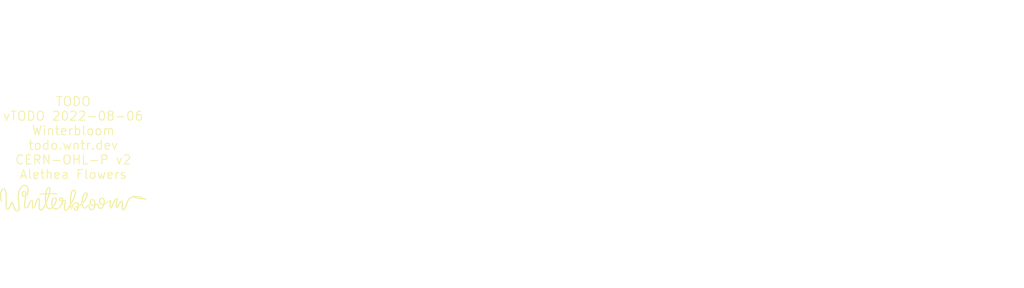
<source format=kicad_pcb>
(kicad_pcb (version 20211014) (generator pcbnew)
  (title_block (title "TODO") (date "2022-08-06") (rev "vTODO") (company "Winterbloom") (comment 1 "Alethea Flowers") (comment 2 "CERN-OHL-P v2") (comment 3 "todo.wntr.dev"))
  (layers (0 "F.Cu" signal) (1 "In1.Cu" signal) (2 "In2.Cu" signal) (31 "B.Cu" signal) (34 "B.Paste" user) (35 "F.Paste" user) (36 "B.SilkS" user "B.Silkscreen") (37 "F.SilkS" user "F.Silkscreen") (38 "B.Mask" user) (39 "F.Mask" user) (44 "Edge.Cuts" user))
  (net 0 "")
  (footprint "winterbloom:Symbol_Winterbloom_25mm" (layer "F.Cu") (at 88.6 106.7)
    (fp_text reference "G***" hide)
    (fp_text value "LOGO" hide)
    (fp_poly (pts (xy -7.927854 -2.216362) (xy -7.832123 -2.191044) (xy -7.744873 -2.145662) (xy -7.670504 -2.087371) (xy -7.59899 -2.007461) (xy -7.536692 -1.907021) (xy -7.484567 -1.789543) (xy -7.443573 -1.658517) (xy -7.414668 -1.517435) (xy -7.398811 -1.369788) (xy -7.396959 -1.219067) (xy -7.404156 -1.116916) (xy -7.431961 -0.933971) (xy -7.474853 -0.770827) (xy -7.533212 -0.626574) (xy -7.607419 -0.500304) (xy -7.697853 -0.391108) (xy -7.714693 -0.374346) (xy -7.752809 -0.336771) (xy -7.776631 -0.309275) (xy -7.790175 -0.284331) (xy -7.797455 -0.254412) (xy -7.802487 -0.211992) (xy -7.802768 -0.209246) (xy -7.807015 -0.175887) (xy -7.814994 -0.121067) (xy -7.826143 -0.048358) (xy -7.839896 0.038669) (xy -7.855693 0.13644) (xy -7.872968 0.241383) (xy -7.887828 0.3302) (xy -7.906658 0.443856) (xy -7.924984 0.558105) (xy -7.942123 0.668414) (xy -7.957389 0.77025) (xy -7.970099 0.85908) (xy -7.979569 0.930371) (xy -7.983667 0.9652) (xy -7.99406 1.091135) (xy -7.997041 1.204336) (xy -7.992851 1.302647) (xy -7.981731 1.383914) (xy -7.963922 1.445983) (xy -7.939662 1.486698) (xy -7.924108 1.49897) (xy -7.877796 1.51091) (xy -7.822798 1.50576) (xy -7.768184 1.484594) (xy -7.759568 1.479466) (xy -7.726533 1.455578) (xy -7.694229 1.425154) (xy -7.66115 1.385852) (xy -7.625788 1.33533) (xy -7.586636 1.271243) (xy -7.54219 1.191249) (xy -7.49094 1.093005) (xy -7.431381 0.974168) (xy -7.420691 0.9525) (xy -7.353332 0.817206) (xy -7.294643 0.703051) (xy -7.243157 0.607885) (xy -7.197406 0.529557) (xy -7.155923 0.465916) (xy -7.117241 0.414814) (xy -7.079891 0.374098) (xy -7.042407 0.341619) (xy -7.003321 0.315226) (xy -6.975199 0.299721) (xy -6.92567 0.283379) (xy -6.86922 0.27792) (xy -6.81719 0.28379) (xy -6.793422 0.292605) (xy -6.761253 0.314735) (xy -6.734715 0.345184) (xy -6.71334 0.386213) (xy -6.696662 0.440085) (xy -6.684213 0.50906) (xy -6.675528 0.595401) (xy -6.670138 0.701368) (xy -6.667579 0.829223) (xy -6.667212 0.904132) (xy -6.666263 1.027574) (xy -6.663772 1.144755) (xy -6.659911 1.252618) (xy -6.654848 1.348103) (xy -6.648753 1.428153) (xy -6.641798 1.489708) (xy -6.63415 1.52971) (xy -6.632101 1.536119) (xy -6.621102 1.565852) (xy -6.595095 1.529051) (xy -6.574929 1.498548) (xy -6.554155 1.462697) (xy -6.531911 1.419436) (xy -6.507333 1.366704) (xy -6.479557 1.302441) (xy -6.44772 1.224587) (xy -6.410958 1.131079) (xy -6.368408 1.019859) (xy -6.319206 0.888864) (xy -6.262488 0.736035) (xy -6.260351 0.73025) (xy -6.205616 0.586977) (xy -6.151642 0.455099) (xy -6.099531 0.336952) (xy -6.050385 0.234871) (xy -6.005307 0.151192) (xy -5.9654 0.08825) (xy -5.944887 0.06197) (xy -5.885465 0.007038) (xy -5.822699 -0.027502) (xy -5.759978 -0.040752) (xy -5.700689 -0.031813) (xy -5.66391 -0.012494) (xy -5.634432 0.012958) (xy -5.611686 0.044912) (xy -5.593013 0.088816) (xy -5.57576 0.150118) (xy -5.567797 0.18462) (xy -5.5624 0.211785) (xy -5.557898 0.241815) (xy -5.554198 0.277252) (xy -5.551208 0.320636) (xy -5.548839 0.374507) (xy -5.546999 0.441406) (xy -5.545596 0.523873) (xy -5.544538 0.624447) (xy -5.543736 0.745671) (xy -5.543174 0.86995) (xy -5.542309 1.028769) (xy -5.540949 1.164666) (xy -5.538947 1.280115) (xy -5.536155 1.377589) (xy -5.532428 1.459565) (xy -5.527617 1.528516) (xy -5.521576 1.586918) (xy -5.514159 1.637244) (xy -5.505218 1.68197) (xy -5.494606 1.72357) (xy -5.491951 1.732828) (xy -5.469239 1.793149) (xy -5.4408 1.842733) (xy -5.410172 1.876255) (xy -5.389343 1.887306) (xy -5.350175 1.884714) (xy -5.302641 1.859841) (xy -5.247731 1.814019) (xy -5.186435 1.748582) (xy -5.119744 1.664861) (xy -5.048648 1.564191) (xy -4.974136 1.447903) (xy -4.8972 1.317331) (xy -4.818828 1.173808) (xy -4.740011 1.018665) (xy -4.73224 1.002763) (xy -4.636646 0.80645) (xy -4.654496 0.692642) (xy -4.670314 0.568523) (xy -4.682421 0.424926) (xy -4.690731 0.267512) (xy -4.695155 0.101944) (xy -4.695291 0.050909) (xy -4.509527 0.050909) (xy -4.509452 0.149002) (xy -4.50816 0.238476) (xy -4.505555 0.315929) (xy -4.501542 0.377959) (xy -4.500838 0.385466) (xy -4.492186 0.473279) (xy -4.436564 0.335064) (xy -4.41249 0.273758) (xy -4.383049 0.196504) (xy -4.351252 0.111333) (xy -4.320111 0.026275) (xy -4.305671 -0.013861) (xy -4.27755 -0.094066) (xy -4.248139 -0.180563) (xy -4.218585 -0.269706) (xy -4.190036 -0.357852) (xy -4.163638 -0.441357) (xy -4.14054 -0.516575) (xy -4.121888 -0.579862) (xy -4.108829 -0.627575) (xy -4.102511 -0.656069) (xy -4.1021 -0.66051) (xy -4.104518 -0.668614) (xy -4.114285 -0.67402) (xy -4.135173 -0.677041) (xy -4.170955 -0.677989) (xy -4.225402 -0.677177) (xy -4.283075 -0.67553) (xy -4.348335 -0.672745) (xy -4.404183 -0.668957) (xy -4.445873 -0.664595) (xy -4.468655 -0.66009) (xy -4.471333 -0.658487) (xy -4.477878 -0.635904) (xy -4.484073 -0.591323) (xy -4.48982 -0.528147) (xy -4.495024 -0.449778) (xy -4.499588 -0.359617) (xy -4.503417 -0.261066) (xy -4.506414 -0.157527) (xy -4.508482 -0.052401) (xy -4.509527 0.050909) (xy -4.695291 0.050909) (xy -4.695606 -0.066117) (xy -4.691996 -0.23101) (xy -4.684238 -0.387071) (xy -4.673254 -0.519018) (xy -4.668148 -0.573987) (xy -4.665057 -0.618869) (xy -4.664297 -0.648124) (xy -4.665409 -0.656443) (xy -4.679729 -0.657564) (xy -4.715346 -0.656453) (xy -4.768286 -0.653438) (xy -4.834575 -0.648847) (xy -4.91024 -0.643007) (xy -4.991306 -0.636246) (xy -5.0738 -0.628892) (xy -5.153748 -0.621274) (xy -5.227176 -0.613718) (xy -5.29011 -0.606553) (xy -5.32569 -0.601961) (xy -5.387418 -0.593804) (xy -5.429513 -0.58969) (xy -5.457419 -0.589648) (xy -5.476584 -0.593708) (xy -5.492455 -0.6019) (xy -5.493965 -0.602878) (xy -5.518755 -0.631776) (xy -5.524831 -0.667662) (xy -5.512034 -0.701348) (xy -5.495925 -0.71624) (xy -5.473771 -0.723615) (xy -5.43018 -0.732419) (xy -5.369045 -0.742176) (xy -5.294258 -0.752412) (xy -5.209712 -0.76265) (xy -5.119298 -0.772415) (xy -5.026908 -0.781231) (xy -4.936436 -0.788624) (xy -4.8641 -0.793424) (xy -4.78375 -0.798039) (xy -4.725045 -0.802269) (xy -4.684307 -0.80773) (xy -4.657863 -0.816044) (xy -4.642034 -0.828828) (xy -4.635068 -0.84362) (xy -4.44435 -0.84362) (xy -4.440967 -0.822283) (xy -4.4309 -0.816326) (xy -4.424912 -0.817792) (xy -4.405304 -0.82062) (xy -4.365613 -0.822982) (xy -4.311155 -0.824667) (xy -4.247246 -0.825464) (xy -4.230243 -0.8255) (xy -4.055663 -0.8255) (xy -4.040008 -0.892175) (xy -4.000939 -1.082137) (xy -3.976493 -1.258658) (xy -3.966489 -1.40335) (xy -3.964643 -1.499871) (xy -3.967351 -1.57364) (xy -3.975083 -1.626978) (xy -3.988309 -1.662201) (xy -4.007499 -1.68163) (xy -4.023942 -1.686967) (xy -4.075754 -1.681776) (xy -4.128028 -1.652569) (xy -4.17997 -1.600699) (xy -4.23079 -1.52752) (xy -4.279693 -1.434384) (xy -4.325889 -1.322644) (xy -4.368585 -1.193655) (xy -4.406988 -1.048768) (xy -4.413102 -1.02235) (xy -4.430547 -0.941409) (xy -4.44092 -0.88258) (xy -4.44435 -0.84362) (xy -4.635068 -0.84362) (xy -4.633145 -0.847702) (xy -4.627521 -0.874285) (xy -4.62337 -0.899449) (xy -4.6012 -1.013291) (xy -4.573001 -1.132371) (xy -4.540498 -1.250898) (xy -4.505417 -1.363084) (xy -4.469482 -1.463136) (xy -4.434419 -1.545266) (xy -4.425667 -1.562953) (xy -4.383407 -1.63418) (xy -4.332273 -1.703388) (xy -4.278147 -1.763372) (xy -4.226914 -1.806925) (xy -4.225904 -1.807617) (xy -4.143912 -1.852505) (xy -4.064998 -1.874648) (xy -3.991393 -1.874349) (xy -3.925329 -1.851913) (xy -3.869036 -1.807645) (xy -3.830889 -1.753725) (xy -3.799868 -1.67512) (xy -3.781586 -1.576434) (xy -3.77604 -1.457275) (xy -3.783231 -1.317254) (xy -3.803158 -1.155977) (xy -3.829834 -1.0033) (xy -3.841501 -0.942606) (xy -3.851156 -0.891065) (xy -3.85787 -0.85373) (xy -3.860714 -0.835658) (xy -3.860751 -0.835025) (xy -3.848608 -0.83251) (xy -3.814321 -0.830207) (xy -3.761147 -0.828212) (xy -3.692343 -0.826618) (xy -3.611165 -0.825521) (xy -3.52087 -0.825015) (xy -3.514725 -0.825004) (xy -3.372993 -0.824279) (xy -3.236069 -0.822578) (xy -3.106303 -0.819998) (xy -2.986042 -0.816639) (xy -2.877635 -0.812596) (xy -2.78343 -0.807966) (xy -2.705775 -0.802849) (xy -2.647019 -0.79734) (xy -2.609509 -0.791537) (xy -2.596594 -0.786939) (xy -2.580662 -0.759743) (xy -2.578163 -0.723711) (xy -2.588235 -0.690074) (xy -2.605418 -0.672075) (xy -2.619429 -0.668294) (xy -2.646405 -0.665687) (xy -2.688229 -0.664255) (xy -2.746787 -0.664001) (xy -2.823963 -0.664927) (xy -2.921641 -0.667038) (xy -3.041706 -0.670334) (xy -3.122943 -0.672809) (xy -3.239154 -0.676212) (xy -3.353423 -0.679116) (xy -3.46183 -0.681454) (xy -3.560455 -0.683158) (xy -3.645377 -0.68416) (xy -3.712678 -0.684392) (xy -3.757766 -0.683807) (xy -3.902381 -0.67945) (xy -3.939238 -0.55245) (xy -4.088752 -0.079099) (xy -4.260518 0.386394) (xy -4.356478 0.620578) (xy -4.449594 0.840484) (xy -4.420859 0.967902) (xy -4.380789 1.123076) (xy -4.334762 1.260932) (xy -4.283551 1.379965) (xy -4.227926 1.47867) (xy -4.168661 1.55554) (xy -4.106527 1.609071) (xy -4.085911 1.621157) (xy -4.025307 1.639485) (xy -3.951249 1.640722) (xy -3.867893 1.626086) (xy -3.779392 1.596792) (xy -3.689902 1.554058) (xy -3.603578 1.499099) (xy -3.564046 1.468369) (xy -3.527642 1.438137) (xy -3.561596 1.353265) (xy -3.59444 1.264834) (xy -3.618585 1.182893) (xy -3.635448 1.100023) (xy -3.646445 1.008804) (xy -3.652992 0.901817) (xy -3.654219 0.868047) (xy -3.656323 0.771871) (xy -3.656177 0.758179) (xy -3.475582 0.758179) (xy -3.474645 0.905033) (xy -3.460015 1.04748) (xy -3.431242 1.180969) (xy -3.403627 1.26365) (xy -3.388713 1.30175) (xy -3.350265 1.2573) (xy -3.326754 1.227621) (xy -3.29445 1.183551) (xy -3.258357 1.132027) (xy -3.23572 1.09855) (xy -3.153924 0.965893) (xy -3.082929 0.830915) (xy -3.023801 0.6968) (xy -2.977608 0.566736) (xy -2.945419 0.443909) (xy -2.928301 0.331504) (xy -2.927322 0.232708) (xy -2.932435 0.193516) (xy -2.95255 0.117839) (xy -2.982139 0.064294) (xy -3.023423 0.03067) (xy -3.078623 0.014757) (xy -3.114045 0.012747) (xy -3.178119 0.023867) (xy -3.236041 0.057904) (xy -3.289826 0.116047) (xy -3.290571 0.117054) (xy -3.351371 0.217692) (xy -3.40072 0.336674) (xy -3.438171 0.469449) (xy -3.463274 0.611468) (xy -3.475582 0.758179) (xy -3.656177 0.758179) (xy -3.655484 0.693654) (xy -3.651376 0.626089) (xy -3.643675 0.561869) (xy -3.639402 0.534796) (xy -3.604388 0.374149) (xy -3.556073 0.229067) (xy -3.495447 0.101863) (xy -3.423497 -0.005152) (xy -3.393946 -0.039446) (xy -3.328118 -0.101456) (xy -3.263141 -0.141862) (xy -3.192972 -0.163504) (xy -3.11785 -0.169285) (xy -3.018987 -0.157806) (xy -2.932879 -0.124878) (xy -2.860981 -0.071495) (xy -2.804748 0.00135) (xy -2.77493 0.064879) (xy -2.759519 0.126783) (xy -2.75093 0.206227) (xy -2.749104 0.296298) (xy -2.753983 0.390084) (xy -2.765509 0.480675) (xy -2.778976 0.544287) (xy -2.83459 0.719645) (xy -2.91016 0.898339) (xy -3.002252 1.073807) (xy -3.107432 1.239484) (xy -3.218435 1.3843) (xy -3.28835 1.46685) (xy -3.23485 1.52147) (xy -3.160958 1.581139) (xy -3.070144 1.62968) (xy -2.969322 1.664739) (xy -2.865405 1.683963) (xy -2.765308 1.684998) (xy -2.756975 1.684147) (xy -2.66341 1.6618) (xy -2.566345 1.616427) (xy -2.4676 1.54984) (xy -2.368995 1.463852) (xy -2.27235 1.360273) (xy -2.179485 1.240914) (xy -2.092219 1.107588) (xy -2.012373 0.962106) (xy -1.99418 0.924878) (xy -1.97229 0.87635) (xy -1.947819 0.817844) (xy -1.922716 0.754566) (xy -1.898932 0.691723) (xy -1.878419 0.634519) (xy -1.863126 0.588163) (xy -1.855004 0.557858) (xy -1.8542 0.551304) (xy -1.865951 0.549002) (xy -1.897407 0.547222) (xy -1.942874 0.546224) (xy -1.967448 0.5461) (xy -2.054869 0.541454) (xy -2.125412 0.525975) (xy -2.18613 0.497347) (xy -2.240431 0.456479) (xy -2.294807 0.393078) (xy -2.331617 0.317106) (xy -2.351023 0.2334) (xy -2.352175 0.187225) (xy -2.170239 0.187225) (xy -2.156774 0.246612) (xy -2.126449 0.300248) (xy -2.084097 0.339471) (xy -2.029732 0.362083) (xy -1.957991 0.368428) (xy -1.877626 0.360343) (xy -1.847232 0.350799) (xy -1.829232 0.331672) (xy -1.822328 0.298852) (xy -1.825223 0.248231) (xy -1.830539 0.211208) (xy -1.846834 0.139004) (xy -1.870425 0.086842) (xy -1.903886 0.049806) (xy -1.921492 0.037585) (xy -1.967395 0.019707) (xy -2.021051 0.013244) (xy -2.071958 0.018487) (xy -2.105447 0.03252) (xy -2.144979 0.074383) (xy -2.166442 0.127883) (xy -2.170239 0.187225) (xy -2.352175 0.187225) (xy -2.353184 0.146799) (xy -2.338264 0.062141) (xy -2.306423 -0.015735) (xy -2.257822 -0.081991) (xy -2.221417 -0.113626) (xy -2.146074 -0.153424) (xy -2.063478 -0.171878) (xy -1.978169 -0.170138) (xy -1.894683 -0.149357) (xy -1.817559 -0.110688) (xy -1.751336 -0.055282) (xy -1.700552 0.015709) (xy -1.698807 0.01905) (xy -1.672104 0.084782) (xy -1.651348 0.161998) (xy -1.639935 0.236969) (xy -1.638753 0.261974) (xy -1.6383 0.314398) (xy -1.557144 0.297386) (xy -1.472317 0.283175) (xy -1.396171 0.277295) (xy -1.333311 0.279774) (xy -1.288342 0.290634) (xy -1.278513 0.295865) (xy -1.257378 0.313593) (xy -1.241153 0.337298) (xy -1.229869 0.369107) (xy -1.223559 0.411147) (xy -1.222252 0.465546) (xy -1.225982 0.534433) (xy -1.23478 0.619934) (xy -1.248677 0.724177) (xy -1.267704 0.849291) (xy -1.288644 0.9779) (xy -1.316157 1.149561) (xy -1.337725 1.298692) (xy -1.353489 1.427421) (xy -1.363588 1.537877) (xy -1.368161 1.632191) (xy -1.367349 1.712491) (xy -1.361291 1.780907) (xy -1.350126 1.839568) (xy -1.346139 1.854414) (xy -1.327529 1.896204) (xy -1.300395 1.931202) (xy -1.270889 1.952468) (xy -1.256227 1.9558) (xy -1.223165 1.94498) (xy -1.179086 1.913622) (xy -1.125336 1.863375) (xy -1.063258 1.795891) (xy -0.994199 1.712821) (xy -0.919502 1.615813) (xy -0.840512 1.50652) (xy -0.758574 1.386592) (xy -0.675032 1.257679) (xy -0.634443 1.192583) (xy -0.535954 1.032617) (xy -0.542813 0.614733) (xy -0.543408 0.443883) (xy -0.365821 0.443883) (xy -0.365048 0.522851) (xy -0.362521 0.57785) (xy -0.352682 0.70485) (xy -0.258308 0.516525) (xy -0.217644 0.433969) (xy -0.172862 0.340743) (xy -0.128869 0.247195) (xy -0.090574 0.163675) (xy -0.083647 0.148225) (xy -0.013929 -0.014423) (xy 0.051013 -0.178358) (xy 0.108619 -0.336747) (xy 0.15633 -0.482754) (xy 0.170218 -0.529669) (xy 0.210846 -0.686242) (xy 0.23756 -0.823791) (xy 0.250397 -0.941987) (xy 0.249396 -1.040499) (xy 0.234595 -1.118997) (xy 0.20603 -1.177149) (xy 0.16374 -1.214627) (xy 0.107762 -1.231098) (xy 0.090043 -1.2319) (xy 0.021656 -1.219472) (xy -0.041737 -1.18232) (xy -0.100041 -1.120643) (xy -0.153161 -1.034641) (xy -0.201001 -0.924514) (xy -0.243466 -0.79046) (xy -0.28046 -0.632679) (xy -0.311888 -0.451371) (xy -0.323399 -0.3683) (xy -0.331591 -0.293621) (xy -0.339351 -0.201761) (xy -0.346482 -0.097476) (xy -0.352788 0.014479) (xy -0.358071 0.129348) (xy -0.362135 0.242376) (xy -0.364784 0.348806) (xy -0.365821 0.443883) (xy -0.543408 0.443883) (xy -0.543854 0.316267) (xy -0.536771 0.041797) (xy -0.521546 -0.208756) (xy -0.498161 -0.435467) (xy -0.466597 -0.638414) (xy -0.426836 -0.817674) (xy -0.37886 -0.973324) (xy -0.32265 -1.105441) (xy -0.258188 -1.214102) (xy -0.185456 -1.299383) (xy -0.104435 -1.361362) (xy -0.06788 -1.380486) (xy 0.019047 -1.408533) (xy 0.106408 -1.415281) (xy 0.189979 -1.401798) (xy 0.265533 -1.369154) (xy 0.328845 -1.318418) (xy 0.364576 -1.271118) (xy 0.395549 -1.21022) (xy 0.416091 -1.145699) (xy 0.427213 -1.071838) (xy 0.429927 -0.982919) (xy 0.427665 -0.9144) (xy 0.417297 -0.798204) (xy 0.39726 -0.675806) (xy 0.366765 -0.544234) (xy 0.325021 -0.400515) (xy 0.27124 -0.241676) (xy 0.204631 -0.064744) (xy 0.196646 -0.04445) (xy 0.067944 0.260013) (xy -0.079842 0.570869) (xy -0.211794 0.823564) (xy -0.345325 1.069278) (xy -0.323607 1.287114) (xy -0.316314 1.358502) (xy -0.309642 1.420535) (xy -0.304069 1.469037) (xy -0.300069 1.499831) (xy -0.298306 1.50893) (xy -0.293041 1.49961) (xy -0.281993 1.471311) (xy -0.267137 1.42924) (xy -0.259778 1.40733) (xy -0.192212 1.225743) (xy -0.117627 1.068383) (xy -0.035774 0.934998) (xy 0.053595 0.825333) (xy 0.150728 0.739136) (xy 0.255874 0.676153) (xy 0.369283 0.636131) (xy 0.491201 0.618817) (xy 0.51442 0.618087) (xy 0.611257 0.628263) (xy 0.698266 0.661731) (xy 0.775195 0.718259) (xy 0.841796 0.797614) (xy 0.897815 0.899563) (xy 0.939755 1.012984) (xy 0.967576 1.104578) (xy 1.026713 1.071012) (xy 1.060715 1.050631) (xy 1.108185 1.020779) (xy 1.1634 0.985212) (xy 1.220639 0.947685) (xy 1.274179 0.911953) (xy 1.318298 0.881771) (xy 1.347275 0.860895) (xy 1.349375 0.859263) (xy 1.35944 0.847603) (xy 1.366006 0.828368) (xy 1.36977 0.796696) (xy 1.371428 0.747722) (xy 1.371708 0.703449) (xy 1.373201 0.65405) (xy 1.559646 0.65405) (xy 1.592833 0.61595) (xy 1.613867 0.590558) (xy 1.645686 0.550654) (xy 1.683752 0.501984) (xy 1.718639 0.456693) (xy 1.812332 0.326002) (xy 1.901041 0.186561) (xy 1.982755 0.042494) (xy 2.05546 -0.102077) (xy 2.117145 -0.243025) (xy 2.165798 -0.376228) (xy 2.199406 -0.497561) (xy 2.209394 -0.549073) (xy 2.220206 -0.636556) (xy 2.22023 -0.703863) (xy 2.20885 -0.75409) (xy 2.185451 -0.790336) (xy 2.157248 -0.811581) (xy 2.133943 -0.821961) (xy 2.11122 -0.822474) (xy 2.078676 -0.812744) (xy 2.066866 -0.808316) (xy 2.001519 -0.7709) (xy 1.937513 -0.71038) (xy 1.875725 -0.629047) (xy 1.817036 -0.529195) (xy 1.762324 -0.413114) (xy 1.712469 -0.283095) (xy 1.668349 -0.141432) (xy 1.630843 0.009584) (xy 1.600831 0.167662) (xy 1.579192 0.330509) (xy 1.566829 0.4953) (xy 1.559646 0.65405) (xy 1.373201 0.65405) (xy 1.377503 0.511822) (xy 1.394073 0.321594) (xy 1.420649 0.135187) (xy 1.456461 -0.044976) (xy 1.500738 -0.216472) (xy 1.55271 -0.376879) (xy 1.611609 -0.523774) (xy 1.676664 -0.654735) (xy 1.747104 -0.767339) (xy 1.82216 -0.859163) (xy 1.886858 -0.917442) (xy 1.96926 -0.96785) (xy 2.052742 -0.99667) (xy 2.13422 -1.004291) (xy 2.210604 -0.9911) (xy 2.278809 -0.957485) (xy 2.335746 -0.903835) (xy 2.365857 -0.85725) (xy 2.385883 -0.799794) (xy 2.397124 -0.724784) (xy 2.399441 -0.638553) (xy 2.392693 -0.54743) (xy 2.376742 -0.457746) (xy 2.374842 -0.449929) (xy 2.318187 -0.262788) (xy 2.240582 -0.069039) (xy 2.144211 0.127443) (xy 2.031261 0.322781) (xy 1.903917 0.513099) (xy 1.764363 0.694523) (xy 1.664705 0.809626) (xy 1.623067 0.855997) (xy 1.595918 0.888842) (xy 1.580377 0.913163) (xy 1.57356 0.933965) (xy 1.572584 0.956252) (xy 1.573296 0.968277) (xy 1.581893 1.029848) (xy 1.598496 1.105181) (xy 1.620499 1.184959) (xy 1.645295 1.259867) (xy 1.670276 1.32059) (xy 1.674001 1.32814) (xy 1.713086 1.391856) (xy 1.759902 1.447926) (xy 1.808882 1.490429) (xy 1.845501 1.510543) (xy 1.910249 1.523119) (xy 1.979097 1.517314) (xy 2.02933 1.499592) (xy 2.074739 1.468579) (xy 2.133212 1.415822) (xy 2.204726 1.341346) (xy 2.289256 1.245173) (xy 2.327022 1.200257) (xy 2.39136 1.1268) (xy 2.445864 1.073849) (xy 2.493042 1.039711) (xy 2.535404 1.022693) (xy 2.575457 1.021102) (xy 2.588619 1.02368) (xy 2.616166 1.033767) (xy 2.638358 1.050823) (xy 2.656554 1.078097) (xy 2.672114 1.118836) (xy 2.686395 1.176289) (xy 2.700758 1.253705) (xy 2.710644 1.315387) (xy 2.730241 1.43259) (xy 2.74971 1.527677) (xy 2.769971 1.60391) (xy 2.791942 1.664552) (xy 2.81654 1.712863) (xy 2.82708 1.729119) (xy 2.871347 1.778962) (xy 2.922566 1.806809) (xy 2.987205 1.81606) (xy 2.992559 1.8161) (xy 3.069791 1.803518) (xy 3.144079 1.765981) (xy 3.215077 1.703799) (xy 3.282439 1.617283) (xy 3.345818 1.506746) (xy 3.352961 1.49225) (xy 3.379701 1.435128) (xy 3.403232 1.381186) (xy 3.420521 1.337587) (xy 3.4274 1.316611) (xy 3.440212 1.267972) (xy 3.348881 1.276352) (xy 3.227974 1.275895) (xy 3.113062 1.252741) (xy 3.007441 1.208015) (xy 2.914413 1.142844) (xy 2.889557 1.119578) (xy 2.816493 1.032641) (xy 2.764062 0.937255) (xy 2.731037 0.830188) (xy 2.716187 0.708206) (xy 2.715055 0.6604) (xy 2.715495 0.638005) (xy 2.902382 0.638005) (xy 2.902398 0.65405) (xy 2.907766 0.752699) (xy 2.924406 0.833314) (xy 2.954274 0.901491) (xy 2.99933 0.962827) (xy 3.01706 0.981706) (xy 3.071512 1.029486) (xy 3.128159 1.06189) (xy 3.192938 1.080892) (xy 3.271787 1.088466) (xy 3.336959 1.08808) (xy 3.392275 1.085361) (xy 3.4379 1.081538) (xy 3.467996 1.077193) (xy 3.476659 1.074191) (xy 3.480417 1.058655) (xy 3.484112 1.022659) (xy 3.487375 0.971143) (xy 3.489837 0.909046) (xy 3.490317 0.891134) (xy 3.487641 0.741008) (xy 3.471797 0.612329) (xy 3.442653 0.504747) (xy 3.400079 0.41791) (xy 3.343941 0.351466) (xy 3.27411 0.305064) (xy 3.27025 0.303261) (xy 3.196591 0.281756) (xy 3.12544 0.284623) (xy 3.058966 0.310839) (xy 2.999337 0.359376) (xy 2.948721 0.429212) (xy 2.931175 0.46355) (xy 2.916922 0.498903) (xy 2.908154 0.534585) (xy 2.903699 0.578363) (xy 2.902382 0.638005) (xy 2.715495 0.638005) (xy 2.71651 0.586463) (xy 2.721882 0.528827) (xy 2.732318 0.478547) (xy 2.74272 0.4445) (xy 2.790143 0.335457) (xy 2.851662 0.24595) (xy 2.926111 0.17692) (xy 3.012324 0.129306) (xy 3.109136 0.104048) (xy 3.170118 0.100012) (xy 3.274151 0.10975) (xy 3.364284 0.139911) (xy 3.443314 0.191917) (xy 3.514041 0.267186) (xy 3.52312 0.279227) (xy 3.582677 0.37535) (xy 3.626761 0.48222) (xy 3.656236 0.603004) (xy 3.671968 0.74087) (xy 3.675194 0.835637) (xy 3.67616 0.904698) (xy 3.677963 0.951973) (xy 3.681056 0.981074) (xy 3.685895 0.995612) (xy 3.692933 0.999198) (xy 3.6957 0.99863) (xy 3.714218 0.991293) (xy 3.750583 0.975665) (xy 3.799552 0.954036) (xy 3.855879 0.928696) (xy 3.856216 0.928543) (xy 3.945943 0.88977) (xy 4.01779 0.864774) (xy 4.074256 0.855083) (xy 4.117841 0.86223) (xy 4.151044 0.887743) (xy 4.176366 0.933155) (xy 4.196306 0.999994) (xy 4.213364 1.089792) (xy 4.222931 1.153059) (xy 4.239912 1.260815) (xy 4.257449 1.34678) (xy 4.276915 1.414551) (xy 4.299686 1.467723) (xy 4.32714 1.509893) (xy 4.36065 1.544655) (xy 4.378219 1.558952) (xy 4.410504 1.579841) (xy 4.443051 1.589731) (xy 4.48742 1.591847) (xy 4.495582 1.591699) (xy 4.581894 1.577216) (xy 4.665039 1.538555) (xy 4.743783 1.476865) (xy 4.816891 1.393295) (xy 4.883127 1.288993) (xy 4.933122 1.184846) (xy 4.976556 1.08186) (xy 4.847303 1.08229) (xy 4.724723 1.074694) (xy 4.618952 1.050196) (xy 4.526793 1.007546) (xy 4.445051 0.945498) (xy 4.412001 0.912207) (xy 4.343104 0.824735) (xy 4.294496 0.732218) (xy 4.264506 0.630017) (xy 4.251467 0.513493) (xy 4.250941 0.482638) (xy 4.433346 0.482638) (xy 4.442102 0.57403) (xy 4.464399 0.656817) (xy 4.469882 0.67018) (xy 4.50593 0.730791) (xy 4.557495 0.789708) (xy 4.617388 0.8402) (xy 4.678418 0.875539) (xy 4.69671 0.882451) (xy 4.736443 0.890417) (xy 4.791285 0.895316) (xy 4.853335 0.897133) (xy 4.914692 0.895854) (xy 4.967454 0.891465) (xy 5.003722 0.883952) (xy 5.006193 0.883006) (xy 5.022577 0.86299) (xy 5.034873 0.818473) (xy 5.042998 0.750039) (xy 5.046871 0.658268) (xy 5.047107 0.59055) (xy 5.039255 0.460206) (xy 5.018284 0.347951) (xy 4.984657 0.254779) (xy 4.938839 0.181681) (xy 4.881292 0.129652) (xy 4.818699 0.101333) (xy 4.738486 0.091151) (xy 4.661195 0.104529) (xy 4.589959 0.139628) (xy 4.527908 0.19461) (xy 4.478175 0.267635) (xy 4.457783 0.313284) (xy 4.438462 0.392452) (xy 4.433346 0.482638) (xy 4.250941 0.482638) (xy 4.250614 0.46355) (xy 4.252199 0.396659) (xy 4.257188 0.34553) (xy 4.267109 0.300594) (xy 4.283492 0.252284) (xy 4.285009 0.248298) (xy 4.337795 0.139266) (xy 4.404615 0.05138) (xy 4.485376 -0.015293) (xy 4.579982 -0.060688) (xy 4.68834 -0.084738) (xy 4.762776 -0.0889) (xy 4.819535 -0.087222) (xy 4.862705 -0.080457) (xy 4.903978 -0.066013) (xy 4.937665 -0.050112) (xy 5.019338 0.003753) (xy 5.088438 0.077822) (xy 5.145576 0.172973) (xy 5.191367 0.290085) (xy 5.203138 0.3302) (xy 5.213257 0.375506) (xy 5.220106 0.42816) (xy 5.224137 0.493622) (xy 5.225798 0.577348) (xy 5.225901 0.6064) (xy 5.226812 0.691759) (xy 5.229415 0.752203) (xy 5.233742 0.788165) (xy 5.239824 0.800075) (xy 5.239828 0.800075) (xy 5.260564 0.793754) (xy 5.299712 0.775926) (xy 5.354025 0.748354) (xy 5.420254 0.712798) (xy 5.495153 0.671018) (xy 5.575472 0.624776) (xy 5.657965 0.575833) (xy 5.69595 0.552773) (xy 5.810512 0.48381) (xy 5.906521 0.42877) (xy 5.986109 0.386834) (xy 6.051406 0.357184) (xy 6.104543 0.339002) (xy 6.147653 0.331468) (xy 6.182866 0.333764) (xy 6.212314 0.345071) (xy 6.221515 0.350909) (xy 6.244519 0.370559) (xy 6.262188 0.395154) (xy 6.274611 0.42717) (xy 6.281877 0.469081) (xy 6.284072 0.523361) (xy 6.281287 0.592485) (xy 6.273608 0.678928) (xy 6.261124 0.785163) (xy 6.243923 0.913665) (xy 6.24205 0.927099) (xy 6.223393 1.070315) (xy 6.209886 1.195715) (xy 6.201611 1.301912) (xy 6.198647 1.387516) (xy 6.201076 1.451141) (xy 6.208978 1.491398) (xy 6.209201 1.491976) (xy 6.216535 1.50485) (xy 6.225895 1.501936) (xy 6.241614 1.480564) (xy 6.25045 1.466576) (xy 6.278092 1.421045) (xy 6.304393 1.374991) (xy 6.331038 1.324975) (xy 6.359715 1.267559) (xy 6.392108 1.199305) (xy 6.429905 1.116773) (xy 6.47479 1.016525) (xy 6.508758 0.9398) (xy 6.592319 0.753103) (xy 6.668376 0.589134) (xy 6.737796 0.44664) (xy 6.801448 0.324368) (xy 6.860198 0.221066) (xy 6.914915 0.13548) (xy 6.966466 0.066358) (xy 7.015718 0.012446) (xy 7.063538 -0.027508) (xy 7.110795 -0.054758) (xy 7.158355 -0.070555) (xy 7.207087 -0.076153) (xy 7.212217 -0.0762) (xy 7.26717 -0.064339) (xy 7.313766 -0.031857) (xy 7.346156 0.016589) (xy 7.352857 0.035741) (xy 7.360774 0.069135) (xy 7.365992 0.104844) (xy 7.368267 0.145383) (xy 7.367358 0.193264) (xy 7.363021 0.251002) (xy 7.355015 0.32111) (xy 7.343097 0.406103) (xy 7.327025 0.508495) (xy 7.306556 0.630798) (xy 7.281593 0.7747) (xy 7.2622 0.891065) (xy 7.245664 1.001962) (xy 7.232222 1.104787) (xy 7.222108 1.196936) (xy 7.215559 1.275806) (xy 7.212812 1.338794) (xy 7.2141 1.383298) (xy 7.219662 1.406713) (xy 7.224051 1.4097) (xy 7.242234 1.39848) (xy 7.270789 1.364754) (xy 7.309781 1.308418) (xy 7.35928 1.229367) (xy 7.419352 1.127499) (xy 7.490064 1.00271) (xy 7.494668 0.994454) (xy 7.558819 0.879973) (xy 7.612862 0.785228) (xy 7.658537 0.707492) (xy 7.697586 0.644033) (xy 7.731749 0.592122) (xy 7.762767 0.54903) (xy 7.792381 0.512028) (xy 7.822332 0.478385) (xy 7.826942 0.47348) (xy 7.898732 0.407629) (xy 7.968716 0.36294) (xy 8.035051 0.340069) (xy 8.095895 0.339675) (xy 8.14563 0.359852) (xy 8.170124 0.381098) (xy 8.190042 0.410967) (xy 8.205554 0.451413) (xy 8.216832 0.504387) (xy 8.224047 0.571843) (xy 8.227369 0.655734) (xy 8.226969 0.758012) (xy 8.223019 0.880631) (xy 8.215688 1.025543) (xy 8.210893 1.105621) (xy 8.201984 1.272911) (xy 8.197678 1.416101) (xy 8.198027 1.536078) (xy 8.203087 1.633731) (xy 8.212911 1.709949) (xy 8.227554 1.765619) (xy 8.247068 1.801631) (xy 8.253541 1.80843) (xy 8.282489 1.819528) (xy 8.317791 1.807803) (xy 8.35837 1.774722) (xy 8.403151 1.721751) (xy 8.451057 1.650357) (xy 8.501013 1.562006) (xy 8.551943 1.458165) (xy 8.602771 1.340299) (xy 8.609751 1.322931) (xy 8.628328 1.274453) (xy 8.653084 1.207138) (xy 8.682142 1.126237) (xy 8.713625 1.037003) (xy 8.745657 0.944686) (xy 8.763026 0.893922) (xy 8.815298 0.743747) (xy 8.862976 0.614938) (xy 8.907657 0.504224) (xy 8.950942 0.408337) (xy 8.994427 0.324008) (xy 9.039712 0.247969) (xy 9.088396 0.17695) (xy 9.142077 0.107684) (xy 9.15548 0.091439) (xy 9.265721 -0.021568) (xy 9.394188 -0.119549) (xy 9.53742 -0.200702) (xy 9.69196 -0.263228) (xy 9.854347 -0.305326) (xy 9.9441 -0.318934) (xy 10.014247 -0.3271) (xy 10.063016 -0.333595) (xy 10.094285 -0.339465) (xy 10.11193 -0.34576) (xy 10.119828 -0.353526) (xy 10.121856 -0.363811) (xy 10.1219 -0.366987) (xy 10.131936 -0.398428) (xy 10.159306 -0.413987) (xy 10.199896 -0.411393) (xy 10.201527 -0.41094) (xy 10.231199 -0.397888) (xy 10.243935 -0.375493) (xy 10.246529 -0.358375) (xy 10.254621 -0.327052) (xy 10.269491 -0.319787) (xy 10.289688 -0.336604) (xy 10.303245 -0.357356) (xy 10.318735 -0.381236) (xy 10.335163 -0.391519) (xy 10.361909 -0.391812) (xy 10.385282 -0.388904) (xy 10.43182 -0.379574) (xy 10.458149 -0.364612) (xy 10.469434 -0.339556) (xy 10.47115 -0.314749) (xy 10.475663 -0.28189) (xy 10.487554 -0.272804) (xy 10.504351 -0.28785) (xy 10.5156 -0.308276) (xy 10.538396 -0.340747) (xy 10.570009 -0.35331) (xy 10.570055 -0.353315) (xy 10.592175 -0.352352) (xy 10.635386 -0.347475) (xy 10.695775 -0.339236) (xy 10.76943 -0.328192) (xy 10.852438 -0.314897) (xy 10.912955 -0.304728) (xy 11.017147 -0.286509) (xy 11.098852 -0.271111) (xy 11.160712 -0.257676) (xy 11.205373 -0.245348) (xy 11.235478 -0.233267) (xy 11.253671 -0.220575) (xy 11.262596 -0.206415) (xy 11.264899 -0.190501) (xy 11.267786 -0.173436) (xy 11.278228 -0.15854) (xy 11.2989 -0.144847) (xy 11.332477 -0.131391) (xy 11.381634 -0.117207) (xy 11.449044 -0.101328) (xy 11.537384 -0.082789) (xy 11.595179 -0.071243) (xy 11.702526 -0.049282) (xy 11.786602 -0.030421) (xy 11.846902 -0.014788) (xy 11.88292 -0.00251) (xy 11.893501 0.004135) (xy 11.915981 0.017147) (xy 11.960981 0.027555) (xy 11.999307 0.032405) (xy 12.048816 0.038371) (xy 12.080105 0.046055) (xy 12.100336 0.05817) (xy 12.116126 0.076658) (xy 12.137711 0.118922) (xy 12.135588 0.15424) (xy 12.109373 0.185733) (xy 12.101909 0.191347) (xy 12.062618 0.219325) (xy 11.971479 0.194216) (xy 11.909569 0.179956) (xy 11.868669 0.177241) (xy 11.854695 0.180551) (xy 11.834482 0.182689) (xy 11.794464 0.179421) (xy 11.733424 0.170572) (xy 11.650142 0.155966) (xy 11.545718 0.135884) (xy 11.449913 0.117236) (xy 11.375865 0.103676) (xy 11.320531 0.094797) (xy 11.28087 0.090191) (xy 11.25384 0.08945) (xy 11.236399 0.092167) (xy 11.231993 0.093862) (xy 11.209192 0.109648) (xy 11.201499 0.123378) (xy 11.191424 0.141069) (xy 11.176519 0.152122) (xy 11.162574 0.155118) (xy 11.137123 0.154193) (xy 11.097714 0.148936) (xy 11.041899 0.138934) (xy 10.967227 0.123776) (xy 10.871249 0.103052) (xy 10.830444 0.094023) (xy 10.742614 0.07424) (xy 10.662216 0.055645) (xy 10.592822 0.039104) (xy 10.538008 0.025483) (xy 10.501345 0.015647) (xy 10.487025 0.010857) (xy 10.470283 -0.009673) (xy 10.464804 -0.049671) (xy 10.4648 -0.051247) (xy 10.459855 -0.08589) (xy 10.448003 -0.101842) (xy 10.433719 -0.097138) (xy 10.421576 -0.070217) (xy 10.403201 -0.036216) (xy 10.36933 -0.021419) (xy 10.318898 -0.025368) (xy 10.31826 -0.025511) (xy 10.270998 -0.043954) (xy 10.245937 -0.072343) (xy 10.244082 -0.109529) (xy 10.2442 -0.110004) (xy 10.243637 -0.13329) (xy 10.230941 -0.140408) (xy 10.2133 -0.131679) (xy 10.1981 -0.10795) (xy 10.177573 -0.083244) (xy 10.146465 -0.073961) (xy 10.112957 -0.07866) (xy 10.085229 -0.0959) (xy 10.071463 -0.124241) (xy 10.0711 -0.130319) (xy 10.068155 -0.144219) (xy 10.055099 -0.149455) (xy 10.025596 -0.147641) (xy 10.010775 -0.145717) (xy 9.833735 -0.110762) (xy 9.673121 -0.056464) (xy 9.52881 0.01725) (xy 9.400679 0.110454) (xy 9.288606 0.223222) (xy 9.203504 0.338176) (xy 9.161814 0.405675) (xy 9.124692 0.472782) (xy 9.090023 0.544236) (xy 9.055692 0.624776) (xy 9.019581 0.719139) (xy 8.979577 0.832065) (xy 8.968234 0.865177) (xy 8.901231 1.058518) (xy 8.839647 1.228741) (xy 8.782696 1.377358) (xy 8.729592 1.505881) (xy 8.679548 1.615823) (xy 8.631779 1.708696) (xy 8.585499 1.786012) (xy 8.539921 1.849283) (xy 8.494259 1.900022) (xy 8.447727 1.93974) (xy 8.399539 1.969951) (xy 8.391924 1.973854) (xy 8.314558 2.001125) (xy 8.242779 2.003933) (xy 8.178042 1.982874) (xy 8.121807 1.938549) (xy 8.07553 1.871554) (xy 8.059686 1.837462) (xy 8.041095 1.777515) (xy 8.027519 1.699237) (xy 8.018923 1.601532) (xy 8.015276 1.483301) (xy 8.016543 1.343446) (xy 8.022691 1.180868) (xy 8.033687 0.99447) (xy 8.033939 0.990741) (xy 8.042316 0.854446) (xy 8.047272 0.742912) (xy 8.048809 0.655729) (xy 8.046927 0.59249) (xy 8.041628 0.552787) (xy 8.034943 0.53771) (xy 8.018447 0.537761) (xy 7.991765 0.558598) (xy 7.956229 0.598366) (xy 7.913169 0.655214) (xy 7.863916 0.727286) (xy 7.809803 0.812731) (xy 7.75216 0.909694) (xy 7.695966 1.00965) (xy 7.623353 1.140719) (xy 7.560346 1.250827) (xy 7.505567 1.341918) (xy 7.45764 1.415935) (xy 7.415188 1.474819) (xy 7.376835 1.520514) (xy 7.341205 1.554964) (xy 7.306921 1.58011) (xy 7.2823 1.593544) (xy 7.222179 1.609244) (xy 7.163142 1.601491) (xy 7.110394 1.571896) (xy 7.073162 1.528825) (xy 7.052297 1.485012) (xy 7.038284 1.43013) (xy 7.031162 1.362133) (xy 7.030968 1.278977) (xy 7.037738 1.178619) (xy 7.051511 1.059013) (xy 7.072324 0.918115) (xy 7.085793 0.83662) (xy 7.100408 0.750747) (xy 7.11579 0.66039) (xy 7.130505 0.573974) (xy 7.14312 0.499922) (xy 7.148236 0.4699) (xy 7.159625 0.398025) (xy 7.170239 0.322141) (xy 7.178603 0.253225) (xy 7.182093 0.217863) (xy 7.186238 0.166365) (xy 7.187353 0.135829) (xy 7.184558 0.121906) (xy 7.176971 0.12025) (xy 7.16371 0.126512) (xy 7.163581 0.126581) (xy 7.128077 0.155547) (xy 7.085114 0.208194) (xy 7.034978 0.284015) (xy 6.977954 0.382501) (xy 6.914327 0.503143) (xy 6.844383 0.645433) (xy 6.768407 0.80886) (xy 6.718322 0.92075) (xy 6.654104 1.065179) (xy 6.598461 1.188112) (xy 6.550356 1.291565) (xy 6.508751 1.377552) (xy 6.472607 1.448087) (xy 6.440887 1.505185) (xy 6.412552 1.550861) (xy 6.386565 1.58713) (xy 6.361886 1.616007) (xy 6.358017 1.620048) (xy 6.305413 1.66728) (xy 6.257937 1.69282) (xy 6.210222 1.698105) (xy 6.156898 1.684574) (xy 6.141279 1.678075) (xy 6.104854 1.658942) (xy 6.079965 1.635573) (xy 6.05857 1.599466) (xy 6.050219 1.581812) (xy 6.031148 1.523454) (xy 6.01984 1.447754) (xy 6.016308 1.353385) (xy 6.020564 1.239018) (xy 6.032617 1.103328) (xy 6.05248 0.944987) (xy 6.055912 0.92075) (xy 6.071768 0.809066) (xy 6.083989 0.720146) (xy 6.092818 0.651652) (xy 6.098498 0.601247) (xy 6.101273 0.566592) (xy 6.101386 0.545349) (xy 6.099081 0.535181) (xy 6.09625 0.5334) (xy 6.083117 0.539652) (xy 6.051452 0.557175) (xy 6.004471 0.584114) (xy 5.945388 0.618616) (xy 5.877419 0.658826) (xy 5.840635 0.680775) (xy 5.720106 0.75155) (xy 5.603598 0.817382) (xy 5.494521 0.876469) (xy 5.396286 0.927008) (xy 5.312303 0.967199) (xy 5.245983 0.995238) (xy 5.244141 0.995933) (xy 5.214088 1.008321) (xy 5.194464 1.022035) (xy 5.180322 1.043498) (xy 5.166716 1.079131) (xy 5.157078 1.108953) (xy 5.099805 1.262761) (xy 5.031811 1.398644) (xy 4.954162 1.515476) (xy 4.867919 1.612131) (xy 4.774147 1.687481) (xy 4.673908 1.740399) (xy 4.568266 1.769758) (xy 4.52927 1.774332) (xy 4.42576 1.772543) (xy 4.336205 1.749854) (xy 4.259032 1.705466) (xy 4.19267 1.638581) (xy 4.155762 1.584629) (xy 4.12503 1.525494) (xy 4.098935 1.456645) (xy 4.076162 1.373634) (xy 4.055394 1.272009) (xy 4.044845 1.209675) (xy 4.03411 1.149872) (xy 4.023474 1.103535) (xy 4.014023 1.074862) (xy 4.008066 1.067461) (xy 3.987773 1.072987) (xy 3.950702 1.08707) (xy 3.901875 1.107425) (xy 3.846312 1.13177) (xy 3.789034 1.157819) (xy 3.735062 1.183289) (xy 3.689417 1.205896) (xy 3.657119 1.223357) (xy 3.64319 1.233386) (xy 3.643151 1.23346) (xy 3.635873 1.252435) (xy 3.623309 1.289737) (xy 3.60744 1.339353) (xy 3.595501 1.37795) (xy 3.541493 1.5271) (xy 3.476471 1.658172) (xy 3.401488 1.770019) (xy 3.317597 1.861494) (xy 3.225848 1.931449) (xy 3.127294 1.978738) (xy 3.022988 2.002213) (xy 3.022904 2.002222) (xy 2.927485 2.000527) (xy 2.840214 1.97522) (xy 2.762088 1.92706) (xy 2.694101 1.856807) (xy 2.637248 1.765221) (xy 2.601727 1.68076) (xy 2.587691 1.63454) (xy 2.572416 1.574185) (xy 2.557354 1.506769) (xy 2.543959 1.439371) (xy 2.533685 1.379064) (xy 2.527985 1.332926) (xy 2.5273 1.318399) (xy 2.523804 1.290811) (xy 2.516805 1.277713) (xy 2.505262 1.284474) (xy 2.481195 1.307589) (xy 2.447948 1.343579) (xy 2.408866 1.388962) (xy 2.402443 1.396684) (xy 2.315085 1.496487) (xy 2.235287 1.574737) (xy 2.160404 1.633138) (xy 2.087787 1.673396) (xy 2.014789 1.697216) (xy 1.938764 1.706304) (xy 1.921504 1.706496) (xy 1.821286 1.693738) (xy 1.729019 1.657049) (xy 1.645258 1.596797) (xy 1.570554 1.513349) (xy 1.524637 1.442541) (xy 1.495102 1.382136) (xy 1.465572 1.306977) (xy 1.439619 1.227458) (xy 1.420817 1.153974) (xy 1.415574 1.125204) (xy 1.408565 1.089251) (xy 1.400894 1.065418) (xy 1.397698 1.060881) (xy 1.383739 1.064915) (xy 1.354467 1.080545) (xy 1.315341 1.104755) (xy 1.300738 1.114422) (xy 1.24853 1.148238) (xy 1.184981 1.187486) (xy 1.121054 1.225444) (xy 1.09885 1.238185) (xy 0.984851 1.3028) (xy 0.969331 1.395489) (xy 0.938002 1.532033) (xy 0.891922 1.661339) (xy 0.8331 1.78012) (xy 0.763546 1.885092) (xy 0.685267 1.972969) (xy 0.600273 2.040465) (xy 0.561292 2.062847) (xy 0.522274 2.077493) (xy 0.47411 2.088965) (xy 0.456604 2.091587) (xy 0.379678 2.088899) (xy 0.307371 2.06477) (xy 0.242521 2.022919) (xy 0.187966 1.967068) (xy 0.146543 1.900935) (xy 0.12109 1.828241) (xy 0.116438 1.775349) (xy 0.296156 1.775349) (xy 0.29734 1.781979) (xy 0.320204 1.842472) (xy 0.360424 1.88539) (xy 0.385133 1.899064) (xy 0.421129 1.909939) (xy 0.455013 1.90724) (xy 0.494417 1.889344) (xy 0.526227 1.86905) (xy 0.572555 1.827858) (xy 0.621205 1.768107) (xy 0.668564 1.695934) (xy 0.711022 1.617478) (xy 0.744966 1.538877) (xy 0.766784 1.466269) (xy 0.768637 1.457085) (xy 0.777345 1.410664) (xy 0.648261 1.479858) (xy 0.550335 1.534033) (xy 0.472582 1.581079) (xy 0.411593 1.623307) (xy 0.363959 1.663024) (xy 0.33616 1.691203) (xy 0.308588 1.724658) (xy 0.296466 1.74987) (xy 0.296156 1.775349) (xy 0.116438 1.775349) (xy 0.114446 1.752707) (xy 0.129448 1.678051) (xy 0.133415 1.667933) (xy 0.162293 1.617824) (xy 0.207435 1.561965) (xy 0.262991 1.507102) (xy 0.297908 1.478221) (xy 0.331816 1.454775) (xy 0.382941 1.422625) (xy 0.44599 1.384834) (xy 0.515667 1.344464) (xy 0.58668 1.304578) (xy 0.653736 1.268238) (xy 0.711539 1.238507) (xy 0.716486 1.236074) (xy 0.789912 1.20015) (xy 0.782815 1.148119) (xy 0.764562 1.064555) (xy 0.734517 0.983945) (xy 0.695762 0.912195) (xy 0.651376 0.855211) (xy 0.61385 0.824202) (xy 0.58409 0.808823) (xy 0.55338 0.801857) (xy 0.511891 0.801687) (xy 0.487261 0.803384) (xy 0.385016 0.824087) (xy 0.289802 0.868503) (xy 0.204055 0.935361) (xy 0.17471 0.966105) (xy 0.127299 1.023865) (xy 0.084277 1.085823) (xy 0.044011 1.155362) (xy 0.004868 1.235863) (xy -0.034785 1.330709) (xy -0.07658 1.443281) (xy -0.12215 1.576962) (xy -0.126367 1.589765) (xy -0.157891 1.68251) (xy -0.18489 1.753895) (xy -0.209048 1.807187) (xy -0.232051 1.845652) (xy -0.255585 1.872561) (xy -0.281333 1.891179) (xy -0.281997 1.891554) (xy -0.325088 1.902568) (xy -0.368306 1.890345) (xy -0.406339 1.856458) (xy -0.408027 1.8542) (xy -0.425665 1.81806) (xy -0.443066 1.759445) (xy -0.459576 1.681273) (xy -0.474539 1.586466) (xy -0.482619 1.521782) (xy -0.490127 1.45435) (xy -0.496607 1.40721) (xy -0.504454 1.380404) (xy -0.516065 1.373971) (xy -0.533834 1.387952) (xy -0.560159 1.422387) (xy -0.597436 1.477318) (xy -0.628823 1.524256) (xy -0.726545 1.66484) (xy -0.819911 1.78927) (xy -0.907759 1.896225) (xy -0.988929 1.98439) (xy -1.06226 2.052446) (xy -1.12659 2.099075) (xy -1.143486 2.108447) (xy -1.208408 2.129115) (xy -1.280623 2.132299) (xy -1.349214 2.117986) (xy -1.370509 2.108756) (xy -1.43088 2.067064) (xy -1.477804 2.009509) (xy -1.512084 1.934278) (xy -1.534526 1.839556) (xy -1.545934 1.723528) (xy -1.546439 1.712168) (xy -1.548051 1.641618) (xy -1.546916 1.569109) (xy -1.542696 1.491327) (xy -1.535052 1.404956) (xy -1.523647 1.306682) (xy -1.508142 1.193189) (xy -1.488199 1.061164) (xy -1.465736 0.921058) (xy -1.450779 0.827388) (xy -1.437327 0.738866) (xy -1.425937 0.659507) (xy -1.417165 0.593324) (xy -1.411569 0.544329) (xy -1.4097 0.517258) (xy -1.4097 0.456049) (xy -1.457325 0.464492) (xy -1.497187 0.471802) (xy -1.54801 0.481434) (xy -1.579992 0.487631) (xy -1.655033 0.502325) (xy -1.683743 0.609937) (xy -1.725007 0.748953) (xy -1.773005 0.878351) (xy -1.832476 1.010555) (xy -1.850429 1.046975) (xy -1.955185 1.236588) (xy -2.0679 1.403064) (xy -2.188316 1.546122) (xy -2.316171 1.665486) (xy -2.451204 1.760876) (xy -2.58091 1.826953) (xy -2.617458 1.841338) (xy -2.650445 1.850941) (xy -2.686579 1.856707) (xy -2.732568 1.859582) (xy -2.795121 1.860509) (xy -2.8194 1.86055) (xy -2.893299 1.859727) (xy -2.949444 1.856647) (xy -2.995444 1.850386) (xy -3.038911 1.840024) (xy -3.071211 1.830065) (xy -3.181824 1.782914) (xy -3.289873 1.71635) (xy -3.370735 1.650672) (xy -3.426882 1.598918) (xy -3.513666 1.658622) (xy -3.636131 1.733105) (xy -3.755477 1.786434) (xy -3.869993 1.818219) (xy -3.977967 1.828072) (xy -4.077691 1.815605) (xy -4.129766 1.798535) (xy -4.216796 1.752105) (xy -4.295442 1.687211) (xy -4.366699 1.602486) (xy -4.431563 1.496559) (xy -4.491029 1.368063) (xy -4.540089 1.234005) (xy -4.579969 1.113417) (xy -4.641364 1.232983) (xy -4.730117 1.398435) (xy -4.81839 1.548598) (xy -4.905135 1.682077) (xy -4.989302 1.797478) (xy -5.069841 1.893406) (xy -5.145702 1.968467) (xy -5.215838 2.021266) (xy -5.247471 2.038437) (xy -5.330278 2.064842) (xy -5.40971 2.066756) (xy -5.483275 2.045074) (xy -5.54848 2.000689) (xy -5.602832 1.934496) (xy -5.619518 1.905) (xy -5.642598 1.85531) (xy -5.662317 1.802119) (xy -5.678915 1.743145) (xy -5.692632 1.676105) (xy -5.703707 1.598717) (xy -5.71238 1.508698) (xy -5.71889 1.403767) (xy -5.723477 1.281642) (xy -5.726379 1.140039) (xy -5.727837 0.976677) (xy -5.728116 0.870027) (xy -5.72859 0.710728) (xy -5.729793 0.57524) (xy -5.731804 0.46198) (xy -5.734702 0.369367) (xy -5.738569 0.29582) (xy -5.743483 0.239757) (xy -5.749525 0.199597) (xy -5.756775 0.173758) (xy -5.763908 0.161912) (xy -5.782197 0.15912) (xy -5.80718 0.180649) (xy -5.838869 0.22652) (xy -5.877272 0.296754) (xy -5.9224 0.391372) (xy -5.974263 0.510394) (xy -6.032872 0.653843) (xy -6.098237 0.821739) (xy -6.140415 0.93345) (xy -6.198918 1.088283) (xy -6.250478 1.220875) (xy -6.295985 1.333147) (xy -6.336326 1.427022) (xy -6.37239 1.504421) (xy -6.405066 1.567266) (xy -6.435241 1.617478) (xy -6.463804 1.656979) (xy -6.486912 1.682996) (xy -6.54768 1.731957) (xy -6.607347 1.756146) (xy -6.664008 1.756176) (xy -6.715758 1.732663) (xy -6.760692 1.686222) (xy -6.796905 1.617467) (xy -6.810043 1.578742) (xy -6.816748 1.553454) (xy -6.822339 1.525835) (xy -6.826998 1.493032) (xy -6.830905 1.452191) (xy -6.834242 1.40046) (xy -6.837189 1.334986) (xy -6.839929 1.252914) (xy -6.842641 1.151392) (xy -6.845507 1.027567) (xy -6.845762 1.016) (xy -6.848832 0.88285) (xy -6.851754 0.77288) (xy -6.854683 0.683867) (xy -6.857774 0.613591) (xy -6.861183 0.559834) (xy -6.865064 0.520374) (xy -6.869573 0.492991) (xy -6.874865 0.475466) (xy -6.881094 0.465578) (xy -6.884403 0.46293) (xy -6.901369 0.466311) (xy -6.928746 0.48679) (xy -6.962734 0.520408) (xy -6.999537 0.563209) (xy -7.035356 0.611235) (xy -7.05404 0.639691) (xy -7.07737 0.68017) (xy -7.108448 0.738324) (xy -7.14449 0.808717) (xy -7.182713 0.885911) (xy -7.220332 0.964468) (xy -7.220676 0.9652) (xy -7.295057 1.119161) (xy -7.363168 1.250526) (xy -7.426179 1.360981) (xy -7.485263 1.452215) (xy -7.541591 1.525915) (xy -7.596332 1.58377) (xy -7.65066 1.627467) (xy -7.699968 1.65599) (xy -7.79022 1.68834) (xy -7.876376 1.6979) (xy -7.955978 1.68499) (xy -8.026564 1.649933) (xy -8.074035 1.607132) (xy -8.109906 1.560108) (xy -8.136471 1.508901) (xy -8.155129 1.448605) (xy -8.167278 1.374313) (xy -8.174317 1.28112) (xy -8.175563 1.25095) (xy -8.176893 1.187341) (xy -8.176131 1.122347) (xy -8.172973 1.053296) (xy -8.167118 0.977518) (xy -8.158263 0.892345) (xy -8.146104 0.795106) (xy -8.130339 0.683131) (xy -8.110667 0.55375) (xy -8.086783 0.404294) (xy -8.063678 0.263889) (xy -8.046358 0.159167) (xy -8.03044 0.062) (xy -8.016394 -0.024679) (xy -8.004688 -0.097935) (xy -7.995791 -0.154833) (xy -7.990173 -0.192438) (xy -7.9883 -0.207672) (xy -7.994417 -0.21677) (xy -8.015249 -0.223229) (xy -8.054518 -0.227777) (xy -8.106487 -0.23074) (xy -8.209751 -0.242758) (xy -8.295477 -0.270007) (xy -8.367598 -0.314148) (xy -8.417741 -0.362284) (xy -8.468735 -0.437732) (xy -8.505866 -0.529709) (xy -8.527934 -0.632729) (xy -8.533741 -0.741304) (xy -8.53264 -0.751998) (xy -8.351291 -0.751998) (xy -8.349043 -0.658295) (xy -8.344378 -0.630949) (xy -8.31719 -0.549107) (xy -8.27404 -0.484405) (xy -8.216668 -0.4389) (xy -8.164541 -0.418398) (xy -8.124891 -0.41271) (xy -8.077128 -0.411845) (xy -8.029731 -0.415223) (xy -7.99118 -0.422262) (xy -7.970616 -0.431669) (xy -7.964406 -0.450106) (xy -7.958951 -0.489809) (xy -7.954684 -0.546644) (xy -7.95228 -0.606678) (xy -7.953121 -0.73483) (xy -7.963323 -0.84009) (xy -7.983265 -0.923325) (xy -8.013328 -0.9854) (xy -8.053891 -1.027183) (xy -8.105337 -1.049542) (xy -8.148597 -1.0541) (xy -8.179571 -1.050728) (xy -8.20659 -1.037541) (xy -8.237962 -1.009933) (xy -8.249379 -0.99824) (xy -8.299766 -0.928517) (xy -8.334301 -0.844254) (xy -8.351291 -0.751998) (xy -8.53264 -0.751998) (xy -8.523111 -0.84455) (xy -8.495941 -0.940605) (xy -8.452843 -1.030327) (xy -8.397191 -1.108865) (xy -8.332361 -1.171367) (xy -8.269018 -1.209871) (xy -8.188939 -1.232793) (xy -8.105074 -1.234584) (xy -8.022982 -1.216752) (xy -7.94822 -1.180804) (xy -7.886348 -1.128247) (xy -7.864594 -1.100182) (xy -7.833983 -1.048046) (xy -7.8103 -0.991068) (xy -7.792039 -0.923905) (xy -7.777695 -0.84121) (xy -7.767552 -0.75565) (xy -7.752011 -0.60325) (xy -7.710026 -0.684996) (xy -7.649998 -0.828486) (xy -7.609009 -0.987367) (xy -7.587391 -1.159854) (xy -7.585471 -1.344157) (xy -7.586029 -1.356355) (xy -7.600603 -1.504338) (xy -7.628622 -1.638114) (xy -7.669262 -1.75595) (xy -7.721695 -1.856118) (xy -7.785096 -1.936884) (xy -7.858637 -1.996519) (xy -7.902525 -2.019434) (xy -7.98244 -2.040647) (xy -8.072131 -2.041709) (xy -8.167845 -2.023966) (xy -8.265831 -1.988765) (xy -8.362337 -1.937453) (xy -8.453611 -1.871376) (xy -8.53562 -1.792196) (xy -8.641778 -1.655925) (xy -8.736013 -1.498931) (xy -8.817715 -1.323232) (xy -8.88627 -1.130846) (xy -8.941067 -0.923794) (xy -8.981494 -0.704094) (xy -9.006937 -0.473765) (xy -9.016785 -0.234826) (xy -9.016889 -0.20503) (xy -9.016353 -0.131662) (xy -9.014694 -0.05817) (xy -9.011699 0.018403) (xy -9.007156 0.101014) (xy -9.000852 0.19262) (xy -8.992575 0.296179) (xy -8.982113 0.414646) (xy -8.969254 0.55098) (xy -8.953785 0.708137) (xy -8.945177 0.79375) (xy -8.925292 1.006266) (xy -8.9104 1.200505) (xy -8.900525 1.37546) (xy -8.89569 1.530128) (xy -8.895917 1.663502) (xy -8.90123 1.774578) (xy -8.911652 1.862352) (xy -8.919776 1.901143) (xy -8.95544 2.002635) (xy -9.005311 2.087279) (xy -9.067675 2.152886) (xy -9.140815 2.19727) (xy -9.15714 2.203604) (xy -9.207147 2.214914) (xy -9.269875 2.220409) (xy -9.3349 2.219961) (xy -9.3918 2.213442) (xy -9.41705 2.2068) (xy -9.503092 2.162916) (xy -9.586541 2.094328) (xy -9.666877 2.001647) (xy -9.743582 1.885484) (xy -9.816135 1.746451) (xy -9.825387 1.726394) (xy -9.845161 1.679821) (xy -9.871301 1.613595) (xy -9.902151 1.532167) (xy -9.936058 1.439985) (xy -9.971367 1.341498) (xy -10.006423 1.241156) (xy -10.013312 1.221097) (xy -10.045134 1.129027) (xy -10.074708 1.045104) (xy -10.100961 0.972244) (xy -10.12282 0.913363) (xy -10.139214 0.871375) (xy -10.14907 0.849196) (xy -10.151119 0.846447) (xy -10.15621 0.848683) (xy -10.164142 0.858108) (xy -10.175879 0.876563) (xy -10.192383 0.905889) (xy -10.214618 0.947928) (xy -10.243547 1.00452) (xy -10.280134 1.077506) (xy -10.325343 1.168729) (xy -10.380135 1.280028) (xy -10.412612 1.3462) (xy -10.482029 1.484726) (xy -10.54397 1.601315) (xy -10.599837 1.697827) (xy -10.65103 1.776121) (xy -10.698951 1.838057) (xy -10.745001 1.885497) (xy -10.79058 1.920301) (xy -10.837091 1.944328) (xy -10.871923 1.955994) (xy -10.941395 1.962538) (xy -11.00702 1.945543) (xy -11.065532 1.906861) (xy -11.113664 1.848348) (xy -11.13536 1.806468) (xy -11.15114 1.76618) (xy -11.165066 1.72204) (xy -11.177247 1.672343) (xy -11.18779 1.615384) (xy -11.196803 1.549459) (xy -11.204392 1.472862) (xy -11.210666 1.383889) (xy -11.215731 1.280834) (xy -11.219696 1.161992) (xy -11.222667 1.025659) (xy -11.224753 0.87013) (xy -11.22606 0.693699) (xy -11.226696 0.494662) (xy -11.226801 0.3556) (xy -11.227005 0.202294) (xy -11.227597 0.053135) (xy -11.228542 -0.08927) (xy -11.229806 -0.222316) (xy -11.231354 -0.343396) (xy -11.233153 -0.449903) (xy -11.235169 -0.539232) (xy -11.237367 -0.608775) (xy -11.239714 -0.655927) (xy -11.240087 -0.661037) (xy -11.257284 -0.840208) (xy -11.279225 -0.995189) (xy -11.306131 -1.126786) (xy -11.338223 -1.235803) (xy -11.375723 -1.323045) (xy -11.418851 -1.389316) (xy -11.448677 -1.420369) (xy -11.485377 -1.44775) (xy -11.52123 -1.460405) (xy -11.567402 -1.461692) (xy -11.5824 -1.460585) (xy -11.63828 -1.443374) (xy -11.692647 -1.402699) (xy -11.74451 -1.340489) (xy -11.792882 -1.258674) (xy -11.836774 -1.159186) (xy -11.875195 -1.043953) (xy -11.907156 -0.914907) (xy -11.930668 -0.78105) (xy -11.954495 -0.540885) (xy -11.956136 -0.309383) (xy -11.935691 -0.087651) (xy -11.893261 0.123204) (xy -11.831393 0.315777) (xy -11.805669 0.386359) (xy -11.79109 0.438472) (xy -11.787435 0.476364) (xy -11.79448 0.504279) (xy -11.812002 0.526463) (xy -11.819976 0.533196) (xy -11.861936 0.552511) (xy -11.904025 0.547455) (xy -11.940088 0.520094) (xy -11.957725 0.491275) (xy -11.979819 0.443091) (xy -12.004418 0.380754) (xy -12.029567 0.309476) (xy -12.053314 0.23447) (xy -12.071532 0.169392) (xy -12.105698 0.01073) (xy -12.128177 -0.154612) (xy -12.139403 -0.323779) (xy -12.139805 -0.493911) (xy -12.129815 -0.662152) (xy -12.109864 -0.825645) (xy -12.080383 -0.981531) (xy -12.041803 -1.126953) (xy -11.994556 -1.259053) (xy -11.939072 -1.374975) (xy -11.875783 -1.47186) (xy -11.813727 -1.539325) (xy -11.749127 -1.590864) (xy -11.688319 -1.623305) (xy -11.623163 -1.639974) (xy -11.557 -1.644233) (xy -11.498701 -1.642485) (xy -11.454837 -1.635214) (xy -11.414671 -1.620287) (xy -11.399788 -1.613007) (xy -11.324636 -1.560496) (xy -11.258531 -1.484334) (xy -11.201462 -1.384499) (xy -11.153418 -1.260967) (xy -11.114388 -1.113718) (xy -11.094569 -1.00965) (xy -11.085608 -0.953726) (xy -11.077762 -0.899466) (xy -11.070953 -0.844791) (xy -11.065103 -0.78762) (xy -11.060133 -0.725873) (xy -11.055964 -0.657469) (xy -11.052518 -0.580328) (xy -11.049716 -0.492369) (xy -11.04748 -0.391512) (xy -11.04573 -0.275677) (xy -11.044389 -0.142783) (xy -11.043378 0.00925) (xy -11.042617 0.182503) (xy -11.04203 0.379056) (xy -11.042025 0.381) (xy -11.041395 0.584181) (xy -11.040526 0.763715) (xy -11.039321 0.921354) (xy -11.037683 1.058852) (xy -11.035514 1.17796) (xy -11.032717 1.280431) (xy -11.029194 1.368017) (xy -11.024849 1.442472) (xy -11.019582 1.505547) (xy -11.013298 1.558995) (xy -11.005899 1.604569) (xy -10.997287 1.644021) (xy -10.987365 1.679103) (xy -10.976035 1.711569) (xy -10.966785 1.734707) (xy -10.948752 1.765339) (xy -10.926778 1.775859) (xy -10.898246 1.76579) (xy -10.86054 1.734661) (xy -10.837686 1.711325) (xy -10.806137 1.6752) (xy -10.774544 1.633307) (xy -10.741458 1.583089) (xy -10.705429 1.521988) (xy -10.665008 1.447446) (xy -10.618746 1.356905) (xy -10.565194 1.247808) (xy -10.511352 1.135404) (xy -10.470713 1.050498) (xy -10.43176 0.970296) (xy -10.39636 0.898552) (xy -10.366383 0.839022) (xy -10.343695 0.795462) (xy -10.331325 0.773454) (xy -10.276834 0.697707) (xy -10.222809 0.646449) (xy -10.169965 0.619771) (xy -10.119014 0.617763) (xy -10.070671 0.640516) (xy -10.025648 0.688121) (xy -9.999203 0.731116) (xy -9.984816 0.762544) (xy -9.963922 0.814277) (xy -9.937941 0.88249) (xy -9.908296 0.963358) (xy -9.876407 1.053055) (xy -9.843697 1.147756) (xy -9.836695 1.1684) (xy -9.775318 1.344505) (xy -9.718008 1.497116) (xy -9.663997 1.627671) (xy -9.612517 1.737611) (xy -9.562798 1.828376) (xy -9.514071 1.901405) (xy -9.465568 1.958138) (xy -9.41652 2.000017) (xy -9.381318 2.021331) (xy -9.319768 2.040124) (xy -9.254642 2.038989) (xy -9.195379 2.01831) (xy -9.187439 2.013454) (xy -9.150301 1.975132) (xy -9.119668 1.914397) (xy -9.096003 1.833509) (xy -9.079768 1.734726) (xy -9.071424 1.620307) (xy -9.071434 1.492511) (xy -9.073021 1.45415) (xy -9.076157 1.404034) (xy -9.081518 1.332561) (xy -9.088767 1.243646) (xy -9.097565 1.1412) (xy -9.107576 1.029138) (xy -9.118464 0.911373) (xy -9.129889 0.791819) (xy -9.131558 0.7747) (xy -9.143316 0.652445) (xy -9.154838 0.529046) (xy -9.165742 0.408861) (xy -9.175645 0.29625) (xy -9.184163 0.195574) (xy -9.190914 0.111192) (xy -9.195515 0.047465) (xy -9.19571 0.04445) (xy -9.203058 -0.205963) (xy -9.193434 -0.456201) (xy -9.167422 -0.701928) (xy -9.125603 -0.938803) (xy -9.06856 -1.162487) (xy -9.010907 -1.332828) (xy -8.931581 -1.51736) (xy -8.842327 -1.682062) (xy -8.743883 -1.826261) (xy -8.636985 -1.949284) (xy -8.522368 -2.050456) (xy -8.400769 -2.129103) (xy -8.272924 -2.184551) (xy -8.13957 -2.216127) (xy -8.037754 -2.223727) (xy -7.927854 -2.216362)) (layer "F.SilkS") (width 0.01) (fill solid))
  )
  (gr_text "${TITLE}\n${REVISION} ${ISSUE_DATE}\n${COMPANY}\n${COMMENT3}\n${COMMENT2}\n${COMMENT1}" (at 88.6 96.7) (layer "F.SilkS") (effects (font (size 1.5 1.5))))
)
</source>
